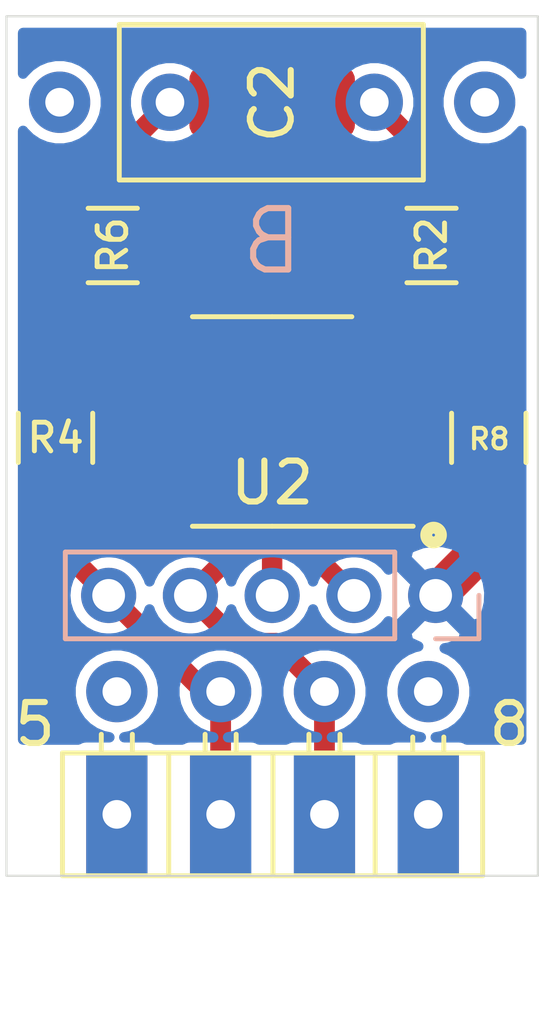
<source format=kicad_pcb>
(kicad_pcb (version 20171130) (host pcbnew "(5.1.2-1)-1")

  (general
    (thickness 0.8)
    (drawings 10)
    (tracks 39)
    (zones 0)
    (modules 10)
    (nets 16)
  )

  (page A4)
  (layers
    (0 F.Cu signal)
    (31 B.Cu signal)
    (32 B.Adhes user hide)
    (33 F.Adhes user hide)
    (36 B.SilkS user)
    (37 F.SilkS user)
    (38 B.Mask user)
    (39 F.Mask user)
    (40 Dwgs.User user)
    (41 Cmts.User user hide)
    (44 Edge.Cuts user)
    (45 Margin user hide)
    (46 B.CrtYd user hide)
    (47 F.CrtYd user)
    (48 B.Fab user hide)
    (49 F.Fab user hide)
  )

  (setup
    (last_trace_width 0.1524)
    (user_trace_width 0.25)
    (user_trace_width 0.28)
    (user_trace_width 0.3)
    (user_trace_width 0.35)
    (user_trace_width 0.4)
    (user_trace_width 0.5)
    (user_trace_width 1)
    (trace_clearance 0.1524)
    (zone_clearance 0.254)
    (zone_45_only no)
    (trace_min 0.1524)
    (via_size 0.508)
    (via_drill 0.254)
    (via_min_size 0.508)
    (via_min_drill 0.254)
    (uvia_size 0.508)
    (uvia_drill 0.254)
    (uvias_allowed no)
    (uvia_min_size 0.2)
    (uvia_min_drill 0.1)
    (edge_width 0.15)
    (segment_width 0.1)
    (pcb_text_width 0.3)
    (pcb_text_size 1.5 1.5)
    (mod_edge_width 0.15)
    (mod_text_size 1 1)
    (mod_text_width 0.15)
    (pad_size 1.5 1.5)
    (pad_drill 0.7)
    (pad_to_mask_clearance 0.051)
    (solder_mask_min_width 0.25)
    (aux_axis_origin 0 0)
    (grid_origin 125 89)
    (visible_elements FFFFFF7F)
    (pcbplotparams
      (layerselection 0x010f0_ffffffff)
      (usegerberextensions false)
      (usegerberattributes false)
      (usegerberadvancedattributes false)
      (creategerberjobfile false)
      (excludeedgelayer true)
      (linewidth 0.100000)
      (plotframeref false)
      (viasonmask false)
      (mode 1)
      (useauxorigin false)
      (hpglpennumber 1)
      (hpglpenspeed 20)
      (hpglpendiameter 15.000000)
      (psnegative false)
      (psa4output false)
      (plotreference true)
      (plotvalue true)
      (plotinvisibletext false)
      (padsonsilk false)
      (subtractmaskfromsilk false)
      (outputformat 1)
      (mirror false)
      (drillshape 0)
      (scaleselection 1)
      (outputdirectory ""))
  )

  (net 0 "")
  (net 1 "Net-(C2-Pad2)")
  (net 2 "Net-(C2-Pad1)")
  (net 3 "Net-(R6-Pad2)")
  (net 4 "Net-(U2-Pad8)")
  (net 5 "Net-(U2-Pad5)")
  (net 6 "Net-(U2-Pad1)")
  (net 7 "Net-(J12-Pad4)")
  (net 8 "Net-(J12-Pad1)")
  (net 9 "Net-(J14-Pad1)")
  (net 10 "Net-(J16-Pad1)")
  (net 11 -in)
  (net 12 out)
  (net 13 +in)
  (net 14 +V)
  (net 15 -V)

  (net_class Default "This is the default net class."
    (clearance 0.1524)
    (trace_width 0.1524)
    (via_dia 0.508)
    (via_drill 0.254)
    (uvia_dia 0.508)
    (uvia_drill 0.254)
  )

  (net_class SMD ""
    (clearance 0.1524)
    (trace_width 0.254)
    (via_dia 0.508)
    (via_drill 0.254)
    (uvia_dia 0.508)
    (uvia_drill 0.254)
  )

  (net_class grounds ""
    (clearance 0.254)
    (trace_width 1)
    (via_dia 0.762)
    (via_drill 0.381)
    (uvia_dia 0.762)
    (uvia_drill 0.381)
  )

  (net_class power ""
    (clearance 0.254)
    (trace_width 1)
    (via_dia 0.762)
    (via_drill 0.254)
    (uvia_dia 0.508)
    (uvia_drill 0.254)
  )

  (net_class signal ""
    (clearance 0.2)
    (trace_width 0.508)
    (via_dia 0.762)
    (via_drill 0.381)
    (uvia_dia 0.762)
    (uvia_drill 0.381)
    (add_net +V)
    (add_net +in)
    (add_net -V)
    (add_net -in)
    (add_net "Net-(C2-Pad1)")
    (add_net "Net-(C2-Pad2)")
    (add_net "Net-(J12-Pad1)")
    (add_net "Net-(J12-Pad4)")
    (add_net "Net-(J14-Pad1)")
    (add_net "Net-(J16-Pad1)")
    (add_net "Net-(R6-Pad2)")
    (add_net "Net-(U2-Pad1)")
    (add_net "Net-(U2-Pad5)")
    (add_net "Net-(U2-Pad8)")
    (add_net out)
  )

  (net_class soic ""
    (clearance 0.1524)
    (trace_width 0.4)
    (via_dia 0.508)
    (via_drill 0.254)
    (uvia_dia 0.508)
    (uvia_drill 0.254)
  )

  (module "Duallys:R_0805(1206)combo" (layer F.Cu) (tedit 5FE133FD) (tstamp 5FD79D33)
    (at 136.8 78.3 270)
    (descr "Resistor SMD 1206 (3216 Metric), square (rectangular) end terminal, IPC_7351 nominal, (Body size source: http://www.tortai-tech.com/upload/download/2011102023233369053.pdf), generated with kicad-footprint-generator")
    (tags resistor)
    (path /64E9D145)
    (attr smd)
    (fp_text reference R8 (at 0.03 -0.01 180) (layer F.SilkS)
      (effects (font (size 0.5 0.5) (thickness 0.1)))
    )
    (fp_text value 21R5 (at 0 1.82 90) (layer F.Fab)
      (effects (font (size 1 1) (thickness 0.15)))
    )
    (fp_text user %R (at 0 0 90) (layer F.Fab)
      (effects (font (size 0.8 0.8) (thickness 0.12)))
    )
    (fp_line (start 2.28 1.12) (end -2.28 1.12) (layer F.CrtYd) (width 0.05))
    (fp_line (start 2.28 -1.12) (end 2.28 1.12) (layer F.CrtYd) (width 0.05))
    (fp_line (start -2.28 -1.12) (end 2.28 -1.12) (layer F.CrtYd) (width 0.05))
    (fp_line (start -2.28 1.12) (end -2.28 -1.12) (layer F.CrtYd) (width 0.05))
    (fp_line (start -0.602064 0.91) (end 0.602064 0.91) (layer F.SilkS) (width 0.12))
    (fp_line (start -0.602064 -0.91) (end 0.602064 -0.91) (layer F.SilkS) (width 0.12))
    (fp_line (start 1.6 0.8) (end -1.6 0.8) (layer F.Fab) (width 0.1))
    (fp_line (start 1.6 -0.8) (end 1.6 0.8) (layer F.Fab) (width 0.1))
    (fp_line (start -1.6 -0.8) (end 1.6 -0.8) (layer F.Fab) (width 0.1))
    (fp_line (start -1.6 0.8) (end -1.6 -0.8) (layer F.Fab) (width 0.1))
    (pad 2 smd roundrect (at 1.025 0 270) (size 1.15 1.4) (layers F.Cu F.Paste F.Mask) (roundrect_rratio 0.217)
      (net 11 -in))
    (pad 1 smd roundrect (at -1.025 0 270) (size 1.15 1.4) (layers F.Cu F.Paste F.Mask) (roundrect_rratio 0.217)
      (net 2 "Net-(C2-Pad1)"))
    (pad 2 smd roundrect (at 1.4 0 270) (size 1.25 1.75) (layers F.Cu F.Paste F.Mask) (roundrect_rratio 0.2)
      (net 11 -in))
    (pad 1 smd roundrect (at -1.4 0 270) (size 1.25 1.75) (layers F.Cu F.Paste F.Mask) (roundrect_rratio 0.2)
      (net 2 "Net-(C2-Pad1)"))
    (model ${KISYS3DMOD}/Resistor_SMD.3dshapes/R_0805_2012Metric.wrl
      (at (xyz 0 0 0))
      (scale (xyz 1 1 1))
      (rotate (xyz 0 0 0))
    )
  )

  (module Duallys:PinHeader_1x05_P2mm_WithOut (layer B.Cu) (tedit 5FDE3678) (tstamp 5FDE2B5C)
    (at 135.5 82.15 90)
    (descr "Through hole straight pin header, 1x05, 2.00mm pitch, single row")
    (tags "Through hole pin header THT 1x05 2.00mm single row")
    (path /5FDED561)
    (fp_text reference J2 (at 0 2.06 -90) (layer B.SilkS) hide
      (effects (font (size 1 1) (thickness 0.15)) (justify mirror))
    )
    (fp_text value Conn_01x05 (at 0 -10.06 -90) (layer B.Fab)
      (effects (font (size 1 1) (thickness 0.15)) (justify mirror))
    )
    (fp_text user %R (at 0 -4) (layer B.Fab)
      (effects (font (size 1 1) (thickness 0.15)) (justify mirror))
    )
    (fp_line (start 1.5 1.5) (end -1.5 1.5) (layer B.CrtYd) (width 0.05))
    (fp_line (start 1.5 -9.5) (end 1.5 1.5) (layer B.CrtYd) (width 0.05))
    (fp_line (start -1.5 -9.5) (end 1.5 -9.5) (layer B.CrtYd) (width 0.05))
    (fp_line (start -1.5 1.5) (end -1.5 -9.5) (layer B.CrtYd) (width 0.05))
    (fp_line (start -1.06 1.06) (end 0 1.06) (layer B.SilkS) (width 0.12))
    (fp_line (start -1.06 0) (end -1.06 1.06) (layer B.SilkS) (width 0.12))
    (fp_line (start -1.06 -1) (end 1.06 -1) (layer B.SilkS) (width 0.12))
    (fp_line (start 1.06 -1) (end 1.06 -9.06) (layer B.SilkS) (width 0.12))
    (fp_line (start -1.06 -1) (end -1.06 -9.06) (layer B.SilkS) (width 0.12))
    (fp_line (start -1.06 -9.06) (end 1.06 -9.06) (layer B.SilkS) (width 0.12))
    (fp_line (start -1 0.5) (end -0.5 1) (layer B.Fab) (width 0.1))
    (fp_line (start -1 -9) (end -1 0.5) (layer B.Fab) (width 0.1))
    (fp_line (start 1 -9) (end -1 -9) (layer B.Fab) (width 0.1))
    (fp_line (start 1 1) (end 1 -9) (layer B.Fab) (width 0.1))
    (fp_line (start -0.5 1) (end 1 1) (layer B.Fab) (width 0.1))
    (pad 5 thru_hole oval (at 0 -8 90) (size 1.35 1.35) (drill 0.8) (layers *.Cu *.Mask)
      (net 12 out))
    (pad 4 thru_hole oval (at 0 -6 90) (size 1.35 1.35) (drill 0.8) (layers *.Cu *.Mask)
      (net 14 +V))
    (pad 3 thru_hole oval (at 0 -4 90) (size 1.35 1.35) (drill 0.8) (layers *.Cu *.Mask)
      (net 15 -V))
    (pad 2 thru_hole oval (at 0 -2 90) (size 1.35 1.35) (drill 0.8) (layers *.Cu *.Mask)
      (net 13 +in))
    (pad 1 thru_hole circle (at 0 0 90) (size 1.35 1.35) (drill 0.8) (layers *.Cu *.Mask)
      (net 11 -in))
  )

  (module Duallys:Kemet-33nF (layer F.Cu) (tedit 5FDD33E3) (tstamp 5FDA6D79)
    (at 134 70.1 180)
    (descr "C, Rect series, Radial, pin pitch=5.00mm, , length*width=7.2*5.5mm^2, Capacitor, http://www.wima.com/EN/WIMA_FKS_2.pdf")
    (tags "C Rect series Radial pin pitch 5.00mm  length 7.2mm width 5.5mm Capacitor")
    (path /64E9A2A2)
    (fp_text reference C2 (at 2.5 0 90) (layer F.SilkS)
      (effects (font (size 1 1) (thickness 0.15)))
    )
    (fp_text value 33n (at 2.5 3.6) (layer F.SilkS) hide
      (effects (font (size 1 1) (thickness 0.15)))
    )
    (fp_line (start 6.35 -2) (end -1.3 -2) (layer F.CrtYd) (width 0.05))
    (fp_line (start 6.35 2) (end 6.35 -2) (layer F.CrtYd) (width 0.05))
    (fp_line (start -1.3 2) (end 6.35 2) (layer F.CrtYd) (width 0.05))
    (fp_line (start -1.3 -2) (end -1.3 2) (layer F.CrtYd) (width 0.05))
    (fp_line (start 6.24 -1.9) (end 6.24 1.9) (layer F.SilkS) (width 0.12))
    (fp_line (start -1.2 -1.9) (end -1.2 1.9) (layer F.SilkS) (width 0.12))
    (fp_line (start -1.2 1.9) (end 6.24 1.9) (layer F.SilkS) (width 0.12))
    (fp_line (start -1.2 -1.9) (end 6.24 -1.9) (layer F.SilkS) (width 0.12))
    (fp_line (start 6.1 -1.75) (end -1.1 -1.75) (layer F.Fab) (width 0.1))
    (fp_line (start 6.1 1.75) (end 6.1 -1.75) (layer F.Fab) (width 0.1))
    (fp_line (start -1.1 1.75) (end 6.1 1.75) (layer F.Fab) (width 0.1))
    (fp_line (start -1.1 -1.75) (end -1.1 1.75) (layer F.Fab) (width 0.1))
    (pad 2 smd roundrect (at 3.9 0 180) (size 1.25 1.75) (layers F.Cu F.Paste F.Mask) (roundrect_rratio 0.25)
      (net 1 "Net-(C2-Pad2)"))
    (pad 1 smd roundrect (at 1.1 0 180) (size 1.25 1.75) (layers F.Cu F.Paste F.Mask) (roundrect_rratio 0.25)
      (net 2 "Net-(C2-Pad1)"))
    (pad 2 thru_hole circle (at 5 0 180) (size 1.4 1.4) (drill 0.7) (layers *.Cu *.Mask)
      (net 1 "Net-(C2-Pad2)"))
    (pad 1 thru_hole circle (at 0 0 180) (size 1.4 1.4) (drill 0.7) (layers *.Cu *.Mask)
      (net 2 "Net-(C2-Pad1)"))
    (model ${KIPRJMOD}/Lib/3D/Kem-PHE-33n.step
      (at (xyz 0 0 0))
      (scale (xyz 1 1 1))
      (rotate (xyz 0 0 0))
    )
  )

  (module Package_SO:SOIC-8_3.9x4.9mm_P1.27mm (layer F.Cu) (tedit 5C97300E) (tstamp 5FD6643C)
    (at 131.5 77.9 180)
    (descr "SOIC, 8 Pin (JEDEC MS-012AA, https://www.analog.com/media/en/package-pcb-resources/package/pkg_pdf/soic_narrow-r/r_8.pdf), generated with kicad-footprint-generator ipc_gullwing_generator.py")
    (tags "SOIC SO")
    (path /6497E1F1)
    (attr smd)
    (fp_text reference U2 (at 0 -1.5) (layer F.SilkS)
      (effects (font (size 1 1) (thickness 0.15)))
    )
    (fp_text value OPA1611 (at 0 3.4) (layer F.Fab)
      (effects (font (size 1 1) (thickness 0.15)))
    )
    (fp_text user %R (at 0 0) (layer F.Fab)
      (effects (font (size 0.5 0.5) (thickness 0.1)))
    )
    (fp_line (start 3.7 -2.7) (end -3.7 -2.7) (layer F.CrtYd) (width 0.05))
    (fp_line (start 3.7 2.7) (end 3.7 -2.7) (layer F.CrtYd) (width 0.05))
    (fp_line (start -3.7 2.7) (end 3.7 2.7) (layer F.CrtYd) (width 0.05))
    (fp_line (start -3.7 -2.7) (end -3.7 2.7) (layer F.CrtYd) (width 0.05))
    (fp_line (start -1.95 -1.475) (end -0.975 -2.45) (layer F.Fab) (width 0.1))
    (fp_line (start -1.95 2.45) (end -1.95 -1.475) (layer F.Fab) (width 0.1))
    (fp_line (start 1.95 2.45) (end -1.95 2.45) (layer F.Fab) (width 0.1))
    (fp_line (start 1.95 -2.45) (end 1.95 2.45) (layer F.Fab) (width 0.1))
    (fp_line (start -0.975 -2.45) (end 1.95 -2.45) (layer F.Fab) (width 0.1))
    (fp_line (start 0 -2.56) (end -3.45 -2.56) (layer F.SilkS) (width 0.12))
    (fp_line (start 0 -2.56) (end 1.95 -2.56) (layer F.SilkS) (width 0.12))
    (fp_line (start 0 2.56) (end -1.95 2.56) (layer F.SilkS) (width 0.12))
    (fp_line (start 0 2.56) (end 1.95 2.56) (layer F.SilkS) (width 0.12))
    (pad 8 smd roundrect (at 2.475 -1.905 180) (size 1.95 0.6) (layers F.Cu F.Paste F.Mask) (roundrect_rratio 0.25)
      (net 4 "Net-(U2-Pad8)"))
    (pad 7 smd roundrect (at 2.475 -0.635 180) (size 1.95 0.6) (layers F.Cu F.Paste F.Mask) (roundrect_rratio 0.25)
      (net 14 +V))
    (pad 6 smd roundrect (at 2.475 0.635 180) (size 1.95 0.6) (layers F.Cu F.Paste F.Mask) (roundrect_rratio 0.25)
      (net 3 "Net-(R6-Pad2)"))
    (pad 5 smd roundrect (at 2.475 1.905 180) (size 1.95 0.6) (layers F.Cu F.Paste F.Mask) (roundrect_rratio 0.25)
      (net 5 "Net-(U2-Pad5)"))
    (pad 4 smd roundrect (at -2.475 1.905 180) (size 1.95 0.6) (layers F.Cu F.Paste F.Mask) (roundrect_rratio 0.25)
      (net 15 -V))
    (pad 3 smd roundrect (at -2.475 0.635 180) (size 1.95 0.6) (layers F.Cu F.Paste F.Mask) (roundrect_rratio 0.25)
      (net 13 +in))
    (pad 2 smd roundrect (at -2.475 -0.635 180) (size 1.95 0.6) (layers F.Cu F.Paste F.Mask) (roundrect_rratio 0.25)
      (net 2 "Net-(C2-Pad1)"))
    (pad 1 smd roundrect (at -2.475 -1.905 180) (size 1.95 0.6) (layers F.Cu F.Paste F.Mask) (roundrect_rratio 0.25)
      (net 6 "Net-(U2-Pad1)"))
    (model ${KISYS3DMOD}/Package_SO.3dshapes/SOIC-8_3.9x4.9mm_P1.27mm.wrl
      (at (xyz 0 0 0))
      (scale (xyz 1 1 1))
      (rotate (xyz 0 0 0))
    )
  )

  (module Duallys:ThruPoint_THT_D1.5mm_Drill0.7mm (layer F.Cu) (tedit 5FD4F26B) (tstamp 5FD76E5F)
    (at 126.3 70.1)
    (descr "THT pad as test Point, diameter 1.5mm, hole diameter 0.7mm")
    (tags "test point THT pad")
    (path /5FD793FB)
    (attr virtual)
    (fp_text reference J14 (at 0 -1.648) (layer F.Fab)
      (effects (font (size 1 1) (thickness 0.15)))
    )
    (fp_text value Tie (at 0 1.75) (layer F.Fab)
      (effects (font (size 1 1) (thickness 0.15)))
    )
    (fp_text user %R (at 0 -1.65) (layer F.Fab)
      (effects (font (size 1 1) (thickness 0.15)))
    )
    (pad 1 thru_hole circle (at 0 0) (size 1.5 1.5) (drill 0.7) (layers *.Cu *.Mask)
      (net 9 "Net-(J14-Pad1)"))
  )

  (module Duallys:ThruPoint_THT_D1.5mm_Drill0.7mm (layer F.Cu) (tedit 5FD4F26B) (tstamp 5FD76E6B)
    (at 136.7 70.1)
    (descr "THT pad as test Point, diameter 1.5mm, hole diameter 0.7mm")
    (tags "test point THT pad")
    (path /5FD79D56)
    (attr virtual)
    (fp_text reference J16 (at 0 -1.648) (layer F.Fab)
      (effects (font (size 1 1) (thickness 0.15)))
    )
    (fp_text value Tie (at 0 1.75) (layer F.Fab)
      (effects (font (size 1 1) (thickness 0.15)))
    )
    (fp_text user %R (at 0 -1.65) (layer F.Fab)
      (effects (font (size 1 1) (thickness 0.15)))
    )
    (pad 1 thru_hole circle (at 0 0) (size 1.5 1.5) (drill 0.7) (layers *.Cu *.Mask)
      (net 10 "Net-(J16-Pad1)"))
  )

  (module Resistor_SMD:R_1206_3216Metric (layer F.Cu) (tedit 5B301BBD) (tstamp 5FDE37B2)
    (at 135.4 73.6)
    (descr "Resistor SMD 1206 (3216 Metric), square (rectangular) end terminal, IPC_7351 nominal, (Body size source: http://www.tortai-tech.com/upload/download/2011102023233369053.pdf), generated with kicad-footprint-generator")
    (tags resistor)
    (path /64E97252)
    (attr smd)
    (fp_text reference R2 (at 0 0 90) (layer F.SilkS)
      (effects (font (size 0.7 0.7) (thickness 0.12)))
    )
    (fp_text value 2k26 (at 0 1.82) (layer F.Fab)
      (effects (font (size 1 1) (thickness 0.15)))
    )
    (fp_line (start -1.6 0.8) (end -1.6 -0.8) (layer F.Fab) (width 0.1))
    (fp_line (start -1.6 -0.8) (end 1.6 -0.8) (layer F.Fab) (width 0.1))
    (fp_line (start 1.6 -0.8) (end 1.6 0.8) (layer F.Fab) (width 0.1))
    (fp_line (start 1.6 0.8) (end -1.6 0.8) (layer F.Fab) (width 0.1))
    (fp_line (start -0.602064 -0.91) (end 0.602064 -0.91) (layer F.SilkS) (width 0.12))
    (fp_line (start -0.602064 0.91) (end 0.602064 0.91) (layer F.SilkS) (width 0.12))
    (fp_line (start -2.28 1.12) (end -2.28 -1.12) (layer F.CrtYd) (width 0.05))
    (fp_line (start -2.28 -1.12) (end 2.28 -1.12) (layer F.CrtYd) (width 0.05))
    (fp_line (start 2.28 -1.12) (end 2.28 1.12) (layer F.CrtYd) (width 0.05))
    (fp_line (start 2.28 1.12) (end -2.28 1.12) (layer F.CrtYd) (width 0.05))
    (fp_text user %R (at 0 0) (layer F.Fab)
      (effects (font (size 0.8 0.8) (thickness 0.12)))
    )
    (pad 1 smd roundrect (at -1.4 0) (size 1.25 1.75) (layers F.Cu F.Paste F.Mask) (roundrect_rratio 0.2)
      (net 1 "Net-(C2-Pad2)"))
    (pad 2 smd roundrect (at 1.4 0) (size 1.25 1.75) (layers F.Cu F.Paste F.Mask) (roundrect_rratio 0.2)
      (net 2 "Net-(C2-Pad1)"))
    (model ${KISYS3DMOD}/Resistor_SMD.3dshapes/R_1206_3216Metric.wrl
      (at (xyz 0 0 0))
      (scale (xyz 1 1 1))
      (rotate (xyz 0 0 0))
    )
  )

  (module Resistor_SMD:R_1206_3216Metric (layer F.Cu) (tedit 5B301BBD) (tstamp 5FD79CF3)
    (at 126.2 78.3 90)
    (descr "Resistor SMD 1206 (3216 Metric), square (rectangular) end terminal, IPC_7351 nominal, (Body size source: http://www.tortai-tech.com/upload/download/2011102023233369053.pdf), generated with kicad-footprint-generator")
    (tags resistor)
    (path /6554D49A)
    (attr smd)
    (fp_text reference R4 (at 0 0 180) (layer F.SilkS)
      (effects (font (size 0.7 0.7) (thickness 0.12)))
    )
    (fp_text value 3k (at 0 1.82 90) (layer F.Fab)
      (effects (font (size 1 1) (thickness 0.15)))
    )
    (fp_line (start -1.6 0.8) (end -1.6 -0.8) (layer F.Fab) (width 0.1))
    (fp_line (start -1.6 -0.8) (end 1.6 -0.8) (layer F.Fab) (width 0.1))
    (fp_line (start 1.6 -0.8) (end 1.6 0.8) (layer F.Fab) (width 0.1))
    (fp_line (start 1.6 0.8) (end -1.6 0.8) (layer F.Fab) (width 0.1))
    (fp_line (start -0.602064 -0.91) (end 0.602064 -0.91) (layer F.SilkS) (width 0.12))
    (fp_line (start -0.602064 0.91) (end 0.602064 0.91) (layer F.SilkS) (width 0.12))
    (fp_line (start -2.28 1.12) (end -2.28 -1.12) (layer F.CrtYd) (width 0.05))
    (fp_line (start -2.28 -1.12) (end 2.28 -1.12) (layer F.CrtYd) (width 0.05))
    (fp_line (start 2.28 -1.12) (end 2.28 1.12) (layer F.CrtYd) (width 0.05))
    (fp_line (start 2.28 1.12) (end -2.28 1.12) (layer F.CrtYd) (width 0.05))
    (fp_text user %R (at 0 0 90) (layer F.Fab)
      (effects (font (size 0.8 0.8) (thickness 0.12)))
    )
    (pad 1 smd roundrect (at -1.4 0 90) (size 1.25 1.75) (layers F.Cu F.Paste F.Mask) (roundrect_rratio 0.2)
      (net 12 out))
    (pad 2 smd roundrect (at 1.4 0 90) (size 1.25 1.75) (layers F.Cu F.Paste F.Mask) (roundrect_rratio 0.2)
      (net 1 "Net-(C2-Pad2)"))
    (model ${KISYS3DMOD}/Resistor_SMD.3dshapes/R_1206_3216Metric.wrl
      (at (xyz 0 0 0))
      (scale (xyz 1 1 1))
      (rotate (xyz 0 0 0))
    )
  )

  (module Resistor_SMD:R_1206_3216Metric (layer F.Cu) (tedit 5B301BBD) (tstamp 5FDE3752)
    (at 127.6 73.6)
    (descr "Resistor SMD 1206 (3216 Metric), square (rectangular) end terminal, IPC_7351 nominal, (Body size source: http://www.tortai-tech.com/upload/download/2011102023233369053.pdf), generated with kicad-footprint-generator")
    (tags resistor)
    (path /6554A433)
    (attr smd)
    (fp_text reference R6 (at 0 0 90) (layer F.SilkS)
      (effects (font (size 0.7 0.7) (thickness 0.12)))
    )
    (fp_text value 75 (at 0 1.82) (layer F.Fab)
      (effects (font (size 1 1) (thickness 0.15)))
    )
    (fp_text user %R (at 0 0) (layer F.Fab)
      (effects (font (size 0.8 0.8) (thickness 0.12)))
    )
    (fp_line (start 2.28 1.12) (end -2.28 1.12) (layer F.CrtYd) (width 0.05))
    (fp_line (start 2.28 -1.12) (end 2.28 1.12) (layer F.CrtYd) (width 0.05))
    (fp_line (start -2.28 -1.12) (end 2.28 -1.12) (layer F.CrtYd) (width 0.05))
    (fp_line (start -2.28 1.12) (end -2.28 -1.12) (layer F.CrtYd) (width 0.05))
    (fp_line (start -0.602064 0.91) (end 0.602064 0.91) (layer F.SilkS) (width 0.12))
    (fp_line (start -0.602064 -0.91) (end 0.602064 -0.91) (layer F.SilkS) (width 0.12))
    (fp_line (start 1.6 0.8) (end -1.6 0.8) (layer F.Fab) (width 0.1))
    (fp_line (start 1.6 -0.8) (end 1.6 0.8) (layer F.Fab) (width 0.1))
    (fp_line (start -1.6 -0.8) (end 1.6 -0.8) (layer F.Fab) (width 0.1))
    (fp_line (start -1.6 0.8) (end -1.6 -0.8) (layer F.Fab) (width 0.1))
    (pad 2 smd roundrect (at 1.4 0) (size 1.25 1.75) (layers F.Cu F.Paste F.Mask) (roundrect_rratio 0.2)
      (net 3 "Net-(R6-Pad2)"))
    (pad 1 smd roundrect (at -1.4 0) (size 1.25 1.75) (layers F.Cu F.Paste F.Mask) (roundrect_rratio 0.2)
      (net 1 "Net-(C2-Pad2)"))
    (model ${KISYS3DMOD}/Resistor_SMD.3dshapes/R_1206_3216Metric.wrl
      (at (xyz 0 0 0))
      (scale (xyz 1 1 1))
      (rotate (xyz 0 0 0))
    )
  )

  (module Duallys:Combo-4P-Preci-B (layer F.Cu) (tedit 5FD78565) (tstamp 5FE4B176)
    (at 127.7 84.5)
    (descr "Through hole angled pin header, 1x04, 2.54mm pitch, 6mm pin length, single row")
    (tags "Through hole angled pin header THT 1x04 2.54mm single row")
    (path /5F617894)
    (fp_text reference J12 (at 3.86 -1.67) (layer F.SilkS) hide
      (effects (font (size 1 1) (thickness 0.15)))
    )
    (fp_text value Conn_01x04 (at 4.14 8.96) (layer F.Fab)
      (effects (font (size 1 1) (thickness 0.15)))
    )
    (fp_line (start 8.89 2.135) (end 8.88 4.5) (layer F.Fab) (width 0.1))
    (fp_line (start 8.88 4.5) (end -1.28 4.5) (layer F.Fab) (width 0.1))
    (fp_line (start -1.28 4.5) (end -1.28 1.55) (layer F.Fab) (width 0.1))
    (fp_line (start -1.28 1.55) (end 8.27 1.55) (layer F.Fab) (width 0.1))
    (fp_line (start 8.27 1.55) (end 8.89 2.135) (layer F.Fab) (width 0.1))
    (fp_line (start 7.94 0) (end 7.94 1.5) (layer F.Fab) (width 0.1))
    (fp_line (start 7.94 0) (end 7.3 0) (layer F.Fab) (width 0.1))
    (fp_line (start 7.3 0) (end 7.3 1.5) (layer F.Fab) (width 0.1))
    (fp_line (start 7.94 4.54) (end 7.94 8) (layer F.Fab) (width 0.1))
    (fp_line (start 7.94 8) (end 7.3 8) (layer F.Fab) (width 0.1))
    (fp_line (start 7.3 4.54) (end 7.3 8) (layer F.Fab) (width 0.1))
    (fp_line (start 5.4 0) (end 5.4 1.5) (layer F.Fab) (width 0.1))
    (fp_line (start 5.4 0) (end 4.76 0) (layer F.Fab) (width 0.1))
    (fp_line (start 4.76 0) (end 4.76 1.5) (layer F.Fab) (width 0.1))
    (fp_line (start 5.4 4.54) (end 5.4 8) (layer F.Fab) (width 0.1))
    (fp_line (start 5.4 8) (end 4.76 8) (layer F.Fab) (width 0.1))
    (fp_line (start 4.76 4.54) (end 4.76 8) (layer F.Fab) (width 0.1))
    (fp_line (start 2.86 0) (end 2.86 1.5) (layer F.Fab) (width 0.1))
    (fp_line (start 2.86 0) (end 2.22 0) (layer F.Fab) (width 0.1))
    (fp_line (start 2.22 0) (end 2.22 1.5) (layer F.Fab) (width 0.1))
    (fp_line (start 2.86 4.54) (end 2.86 8) (layer F.Fab) (width 0.1))
    (fp_line (start 2.86 8) (end 2.22 8) (layer F.Fab) (width 0.1))
    (fp_line (start 2.22 4.54) (end 2.22 8) (layer F.Fab) (width 0.1))
    (fp_line (start 0.32 0) (end 0.32 1.5) (layer F.Fab) (width 0.1))
    (fp_line (start 0.32 0) (end -0.32 0) (layer F.Fab) (width 0.1))
    (fp_line (start -0.32 0) (end -0.32 1.5) (layer F.Fab) (width 0.1))
    (fp_line (start 0.32 4.54) (end 0.32 8) (layer F.Fab) (width 0.1))
    (fp_line (start 0.32 8) (end -0.32 8) (layer F.Fab) (width 0.1))
    (fp_line (start -0.32 4.54) (end -0.32 8) (layer F.Fab) (width 0.1))
    (fp_line (start 8.95 1.5) (end -1.33 1.5) (layer F.SilkS) (width 0.12))
    (fp_line (start -1.33 1.5) (end -1.33 4.5) (layer F.SilkS) (width 0.12))
    (fp_line (start -1.33 4.5) (end 8.95 4.5) (layer F.SilkS) (width 0.12))
    (fp_line (start 8.95 4.5) (end 8.95 1.5) (layer F.SilkS) (width 0.12))
    (fp_line (start 8 1.11) (end 8 1.44) (layer F.SilkS) (width 0.12))
    (fp_line (start 7.24 1.11) (end 7.24 1.44) (layer F.SilkS) (width 0.12))
    (fp_line (start 6.32 1.5) (end 6.32 4.5) (layer F.SilkS) (width 0.12))
    (fp_line (start 5.46 1.042929) (end 5.46 1.44) (layer F.SilkS) (width 0.12))
    (fp_line (start 4.7 1.042929) (end 4.7 1.44) (layer F.SilkS) (width 0.12))
    (fp_line (start 3.82 1.5) (end 3.82 4.5) (layer F.SilkS) (width 0.12))
    (fp_line (start 2.92 1.042929) (end 2.92 1.44) (layer F.SilkS) (width 0.12))
    (fp_line (start 2.16 1.042929) (end 2.16 1.44) (layer F.SilkS) (width 0.12))
    (fp_line (start 1.27 1.5) (end 1.27 4.5) (layer F.SilkS) (width 0.12))
    (fp_line (start 0.38 1.042929) (end 0.38 1.44) (layer F.SilkS) (width 0.12))
    (fp_line (start -0.38 1.042929) (end -0.38 1.44) (layer F.SilkS) (width 0.12))
    (fp_line (start 8.92 -0.9) (end -1.33 -0.9) (layer F.CrtYd) (width 0.05))
    (fp_line (start -1.33 -0.9) (end -1.33 8.1) (layer F.CrtYd) (width 0.05))
    (fp_line (start -1.33 8.1) (end 8.92 8.1) (layer F.CrtYd) (width 0.05))
    (fp_line (start 8.92 8.1) (end 8.92 -0.9) (layer F.CrtYd) (width 0.05))
    (fp_text user %R (at 3.82 5.94) (layer F.Fab)
      (effects (font (size 1 1) (thickness 0.15)))
    )
    (pad 4 thru_hole circle (at 7.62 0 270) (size 1.5 1.5) (drill 0.7) (layers *.Cu *.Mask)
      (net 7 "Net-(J12-Pad4)"))
    (pad 3 thru_hole circle (at 5.08 0 270) (size 1.5 1.5) (drill 0.7) (layers *.Cu *.Mask)
      (net 14 +V))
    (pad 2 thru_hole circle (at 2.54 0 270) (size 1.5 1.5) (drill 0.7) (layers *.Cu *.Mask)
      (net 12 out))
    (pad 1 thru_hole circle (at 0 0 270) (size 1.5 1.5) (drill 0.7) (layers *.Cu *.Mask)
      (net 8 "Net-(J12-Pad1)"))
    (pad 4 thru_hole rect (at 7.62 3 270) (size 3 1.5) (drill 0.7) (layers *.Cu *.Mask)
      (net 7 "Net-(J12-Pad4)"))
    (pad 3 thru_hole rect (at 5.08 3 270) (size 3 1.5) (drill 0.7) (layers *.Cu *.Mask)
      (net 14 +V))
    (pad 2 thru_hole rect (at 2.54 3 270) (size 3 1.5) (drill 0.7) (layers *.Cu *.Mask)
      (net 12 out))
    (pad 1 thru_hole rect (at 0 3 270) (size 3 1.5) (drill 0.7) (layers *.Cu *.Mask)
      (net 8 "Net-(J12-Pad1)"))
    (model ${KIPRJMOD}/lib/3d/preci-dip_399.stp
      (offset (xyz 3.81 -1.55 1.27))
      (scale (xyz 1 1 1))
      (rotate (xyz 0 180 180))
    )
  )

  (gr_circle (center 135.45 80.675) (end 135.425 80.65) (layer F.SilkS) (width 0.15) (tstamp 5FE4B809))
  (gr_circle (center 135.45 80.675) (end 135.2 80.675) (layer F.SilkS) (width 0.15) (tstamp 5FE4B808))
  (gr_circle (center 135.45 80.675) (end 135.4 80.575) (layer F.SilkS) (width 0.15) (tstamp 5FE4B807))
  (gr_text B (at 131.5 73.5) (layer B.SilkS)
    (effects (font (size 1.5 1.5) (thickness 0.15)) (justify mirror))
  )
  (gr_text 8 (at 137.3 85.3) (layer F.SilkS)
    (effects (font (size 1 1) (thickness 0.15)))
  )
  (gr_text 5 (at 125.7 85.3) (layer F.SilkS)
    (effects (font (size 1 1) (thickness 0.15)))
  )
  (gr_line (start 125 89) (end 138 89) (layer Edge.Cuts) (width 0.05) (tstamp 5F6292F5))
  (gr_line (start 125 68) (end 125 89) (layer Edge.Cuts) (width 0.05))
  (gr_line (start 138 68) (end 125 68) (layer Edge.Cuts) (width 0.05))
  (gr_line (start 138 89) (end 138 68) (layer Edge.Cuts) (width 0.05))

  (segment (start 129 70.1) (end 130.1 70.1) (width 0.508) (layer F.Cu) (net 1))
  (segment (start 126.2 72.9) (end 129 70.1) (width 0.508) (layer F.Cu) (net 1))
  (segment (start 126.2 73.6) (end 126.2 72.9) (width 0.508) (layer F.Cu) (net 1))
  (segment (start 130.5 70.1) (end 130.1 70.1) (width 0.508) (layer F.Cu) (net 1))
  (segment (start 134 73.6) (end 130.5 70.1) (width 0.508) (layer F.Cu) (net 1))
  (segment (start 126.2 76.9) (end 126.2 73.6) (width 0.508) (layer F.Cu) (net 1))
  (segment (start 134 70.1) (end 132.9 70.1) (width 0.508) (layer F.Cu) (net 2))
  (segment (start 135.165 78.535) (end 136.8 76.9) (width 1) (layer F.Cu) (net 2))
  (segment (start 133.975 78.535) (end 135.165 78.535) (width 1) (layer F.Cu) (net 2))
  (segment (start 136.8 76.9) (end 136.8 73.6) (width 0.508) (layer F.Cu) (net 2))
  (segment (start 136.8 72.9) (end 134 70.1) (width 0.508) (layer F.Cu) (net 2))
  (segment (start 136.8 73.6) (end 136.8 72.9) (width 0.508) (layer F.Cu) (net 2))
  (segment (start 129 73.6) (end 130.7 75.3) (width 0.508) (layer F.Cu) (net 3))
  (segment (start 130.1 77.265) (end 129.025 77.265) (width 0.508) (layer F.Cu) (net 3))
  (segment (start 130.7 76.665) (end 130.1 77.265) (width 0.508) (layer F.Cu) (net 3))
  (segment (start 130.7 75.3) (end 130.7 76.665) (width 0.508) (layer F.Cu) (net 3))
  (segment (start 136.8 80.85) (end 135.5 82.15) (width 1) (layer F.Cu) (net 11))
  (segment (start 136.8 79.7) (end 136.8 80.85) (width 1) (layer F.Cu) (net 11))
  (segment (start 130.24 87.5) (end 130.24 84.5) (width 0.508) (layer F.Cu) (net 12))
  (segment (start 129.85 84.5) (end 127.5 82.15) (width 0.508) (layer F.Cu) (net 12))
  (segment (start 130.24 84.5) (end 129.85 84.5) (width 0.508) (layer F.Cu) (net 12))
  (segment (start 126.2 80.85) (end 127.5 82.15) (width 0.508) (layer F.Cu) (net 12))
  (segment (start 126.2 79.7) (end 126.2 80.85) (width 0.508) (layer F.Cu) (net 12))
  (segment (start 132.9 77.265) (end 133.975 77.265) (width 0.508) (layer F.Cu) (net 13))
  (segment (start 133.5 82.15) (end 132.3 80.95) (width 0.5) (layer F.Cu) (net 13))
  (segment (start 132.3 77.865) (end 132.9 77.265) (width 0.5) (layer F.Cu) (net 13))
  (segment (start 132.3 80.95) (end 132.3 77.865) (width 0.5) (layer F.Cu) (net 13))
  (segment (start 132.78 87.5) (end 132.78 84.5) (width 0.508) (layer F.Cu) (net 14))
  (segment (start 129.5 82.15) (end 130.6 81.05) (width 0.5) (layer F.Cu) (net 14))
  (segment (start 130.1 78.535) (end 129.025 78.535) (width 0.5) (layer F.Cu) (net 14))
  (segment (start 130.6 79.035) (end 130.1 78.535) (width 0.5) (layer F.Cu) (net 14))
  (segment (start 130.6 81.05) (end 130.6 79.035) (width 0.5) (layer F.Cu) (net 14))
  (segment (start 129.5 82.15) (end 130.67 83.32) (width 0.508) (layer F.Cu) (net 14))
  (segment (start 131.6 83.32) (end 132.78 84.5) (width 0.508) (layer F.Cu) (net 14))
  (segment (start 130.67 83.32) (end 131.6 83.32) (width 0.508) (layer F.Cu) (net 14))
  (segment (start 133.97 76) (end 133.975 75.995) (width 0.508) (layer F.Cu) (net 15))
  (segment (start 132.9 75.995) (end 133.975 75.995) (width 0.5) (layer F.Cu) (net 15))
  (segment (start 131.5 77.395) (end 132.9 75.995) (width 0.5) (layer F.Cu) (net 15))
  (segment (start 131.5 82.15) (end 131.5 77.395) (width 0.5) (layer F.Cu) (net 15))

  (zone (net 11) (net_name -in) (layer B.Cu) (tstamp 0) (hatch edge 0.508)
    (connect_pads (clearance 0.254))
    (min_thickness 0.254)
    (fill yes (arc_segments 32) (thermal_gap 0.508) (thermal_bridge_width 0.508))
    (polygon
      (pts
        (xy 125 68) (xy 125 85.8) (xy 138 85.8) (xy 138 68)
      )
    )
    (filled_polygon
      (pts
        (xy 137.594001 69.402221) (xy 137.578505 69.37903) (xy 137.42097 69.221495) (xy 137.235729 69.097721) (xy 137.0299 69.012464)
        (xy 136.811394 68.969) (xy 136.588606 68.969) (xy 136.3701 69.012464) (xy 136.164271 69.097721) (xy 135.97903 69.221495)
        (xy 135.821495 69.37903) (xy 135.697721 69.564271) (xy 135.612464 69.7701) (xy 135.569 69.988606) (xy 135.569 70.211394)
        (xy 135.612464 70.4299) (xy 135.697721 70.635729) (xy 135.821495 70.82097) (xy 135.97903 70.978505) (xy 136.164271 71.102279)
        (xy 136.3701 71.187536) (xy 136.588606 71.231) (xy 136.811394 71.231) (xy 137.0299 71.187536) (xy 137.235729 71.102279)
        (xy 137.42097 70.978505) (xy 137.578505 70.82097) (xy 137.594001 70.797779) (xy 137.594 85.673) (xy 136.266461 85.673)
        (xy 136.216508 85.646299) (xy 136.144689 85.624513) (xy 136.07 85.617157) (xy 135.500987 85.617157) (xy 135.6499 85.587536)
        (xy 135.855729 85.502279) (xy 136.04097 85.378505) (xy 136.198505 85.22097) (xy 136.322279 85.035729) (xy 136.407536 84.8299)
        (xy 136.451 84.611394) (xy 136.451 84.388606) (xy 136.407536 84.1701) (xy 136.322279 83.964271) (xy 136.198505 83.77903)
        (xy 136.04097 83.621495) (xy 135.855729 83.497721) (xy 135.720018 83.441508) (xy 135.830398 83.4242) (xy 136.072633 83.335259)
        (xy 136.16737 83.284621) (xy 136.223795 83.0534) (xy 135.5 82.329605) (xy 134.776205 83.0534) (xy 134.83263 83.284621)
        (xy 135.066808 83.393017) (xy 135.076314 83.395315) (xy 134.9901 83.412464) (xy 134.784271 83.497721) (xy 134.59903 83.621495)
        (xy 134.441495 83.77903) (xy 134.317721 83.964271) (xy 134.232464 84.1701) (xy 134.189 84.388606) (xy 134.189 84.611394)
        (xy 134.232464 84.8299) (xy 134.317721 85.035729) (xy 134.441495 85.22097) (xy 134.59903 85.378505) (xy 134.784271 85.502279)
        (xy 134.9901 85.587536) (xy 135.139013 85.617157) (xy 134.57 85.617157) (xy 134.495311 85.624513) (xy 134.423492 85.646299)
        (xy 134.373539 85.673) (xy 133.726461 85.673) (xy 133.676508 85.646299) (xy 133.604689 85.624513) (xy 133.53 85.617157)
        (xy 132.960987 85.617157) (xy 133.1099 85.587536) (xy 133.315729 85.502279) (xy 133.50097 85.378505) (xy 133.658505 85.22097)
        (xy 133.782279 85.035729) (xy 133.867536 84.8299) (xy 133.911 84.611394) (xy 133.911 84.388606) (xy 133.867536 84.1701)
        (xy 133.782279 83.964271) (xy 133.658505 83.77903) (xy 133.50097 83.621495) (xy 133.315729 83.497721) (xy 133.1099 83.412464)
        (xy 132.891394 83.369) (xy 132.668606 83.369) (xy 132.4501 83.412464) (xy 132.244271 83.497721) (xy 132.05903 83.621495)
        (xy 131.901495 83.77903) (xy 131.777721 83.964271) (xy 131.692464 84.1701) (xy 131.649 84.388606) (xy 131.649 84.611394)
        (xy 131.692464 84.8299) (xy 131.777721 85.035729) (xy 131.901495 85.22097) (xy 132.05903 85.378505) (xy 132.244271 85.502279)
        (xy 132.4501 85.587536) (xy 132.599013 85.617157) (xy 132.03 85.617157) (xy 131.955311 85.624513) (xy 131.883492 85.646299)
        (xy 131.833539 85.673) (xy 131.186461 85.673) (xy 131.136508 85.646299) (xy 131.064689 85.624513) (xy 130.99 85.617157)
        (xy 130.420987 85.617157) (xy 130.5699 85.587536) (xy 130.775729 85.502279) (xy 130.96097 85.378505) (xy 131.118505 85.22097)
        (xy 131.242279 85.035729) (xy 131.327536 84.8299) (xy 131.371 84.611394) (xy 131.371 84.388606) (xy 131.327536 84.1701)
        (xy 131.242279 83.964271) (xy 131.118505 83.77903) (xy 130.96097 83.621495) (xy 130.775729 83.497721) (xy 130.5699 83.412464)
        (xy 130.351394 83.369) (xy 130.128606 83.369) (xy 129.9101 83.412464) (xy 129.704271 83.497721) (xy 129.51903 83.621495)
        (xy 129.361495 83.77903) (xy 129.237721 83.964271) (xy 129.152464 84.1701) (xy 129.109 84.388606) (xy 129.109 84.611394)
        (xy 129.152464 84.8299) (xy 129.237721 85.035729) (xy 129.361495 85.22097) (xy 129.51903 85.378505) (xy 129.704271 85.502279)
        (xy 129.9101 85.587536) (xy 130.059013 85.617157) (xy 129.49 85.617157) (xy 129.415311 85.624513) (xy 129.343492 85.646299)
        (xy 129.293539 85.673) (xy 128.646461 85.673) (xy 128.596508 85.646299) (xy 128.524689 85.624513) (xy 128.45 85.617157)
        (xy 127.880987 85.617157) (xy 128.0299 85.587536) (xy 128.235729 85.502279) (xy 128.42097 85.378505) (xy 128.578505 85.22097)
        (xy 128.702279 85.035729) (xy 128.787536 84.8299) (xy 128.831 84.611394) (xy 128.831 84.388606) (xy 128.787536 84.1701)
        (xy 128.702279 83.964271) (xy 128.578505 83.77903) (xy 128.42097 83.621495) (xy 128.235729 83.497721) (xy 128.0299 83.412464)
        (xy 127.811394 83.369) (xy 127.588606 83.369) (xy 127.3701 83.412464) (xy 127.164271 83.497721) (xy 126.97903 83.621495)
        (xy 126.821495 83.77903) (xy 126.697721 83.964271) (xy 126.612464 84.1701) (xy 126.569 84.388606) (xy 126.569 84.611394)
        (xy 126.612464 84.8299) (xy 126.697721 85.035729) (xy 126.821495 85.22097) (xy 126.97903 85.378505) (xy 127.164271 85.502279)
        (xy 127.3701 85.587536) (xy 127.519013 85.617157) (xy 126.95 85.617157) (xy 126.875311 85.624513) (xy 126.803492 85.646299)
        (xy 126.753539 85.673) (xy 125.406 85.673) (xy 125.406 82.15) (xy 126.438891 82.15) (xy 126.45928 82.357012)
        (xy 126.519663 82.556069) (xy 126.61772 82.739521) (xy 126.749683 82.900317) (xy 126.910479 83.03228) (xy 127.093931 83.130337)
        (xy 127.292988 83.19072) (xy 127.448128 83.206) (xy 127.551872 83.206) (xy 127.707012 83.19072) (xy 127.906069 83.130337)
        (xy 128.089521 83.03228) (xy 128.250317 82.900317) (xy 128.38228 82.739521) (xy 128.480337 82.556069) (xy 128.5 82.491248)
        (xy 128.519663 82.556069) (xy 128.61772 82.739521) (xy 128.749683 82.900317) (xy 128.910479 83.03228) (xy 129.093931 83.130337)
        (xy 129.292988 83.19072) (xy 129.448128 83.206) (xy 129.551872 83.206) (xy 129.707012 83.19072) (xy 129.906069 83.130337)
        (xy 130.089521 83.03228) (xy 130.250317 82.900317) (xy 130.38228 82.739521) (xy 130.480337 82.556069) (xy 130.5 82.491248)
        (xy 130.519663 82.556069) (xy 130.61772 82.739521) (xy 130.749683 82.900317) (xy 130.910479 83.03228) (xy 131.093931 83.130337)
        (xy 131.292988 83.19072) (xy 131.448128 83.206) (xy 131.551872 83.206) (xy 131.707012 83.19072) (xy 131.906069 83.130337)
        (xy 132.089521 83.03228) (xy 132.250317 82.900317) (xy 132.38228 82.739521) (xy 132.480337 82.556069) (xy 132.5 82.491248)
        (xy 132.519663 82.556069) (xy 132.61772 82.739521) (xy 132.749683 82.900317) (xy 132.910479 83.03228) (xy 133.093931 83.130337)
        (xy 133.292988 83.19072) (xy 133.448128 83.206) (xy 133.551872 83.206) (xy 133.707012 83.19072) (xy 133.906069 83.130337)
        (xy 134.089521 83.03228) (xy 134.250317 82.900317) (xy 134.346846 82.782697) (xy 134.365379 82.81737) (xy 134.5966 82.873795)
        (xy 135.320395 82.15) (xy 135.679605 82.15) (xy 136.4034 82.873795) (xy 136.634621 82.81737) (xy 136.743017 82.583192)
        (xy 136.803645 82.332367) (xy 136.814174 82.074535) (xy 136.7742 81.819602) (xy 136.685259 81.577367) (xy 136.634621 81.48263)
        (xy 136.4034 81.426205) (xy 135.679605 82.15) (xy 135.320395 82.15) (xy 134.5966 81.426205) (xy 134.365379 81.48263)
        (xy 134.348434 81.519238) (xy 134.250317 81.399683) (xy 134.089521 81.26772) (xy 134.050009 81.2466) (xy 134.776205 81.2466)
        (xy 135.5 81.970395) (xy 136.223795 81.2466) (xy 136.16737 81.015379) (xy 135.933192 80.906983) (xy 135.682367 80.846355)
        (xy 135.424535 80.835826) (xy 135.169602 80.8758) (xy 134.927367 80.964741) (xy 134.83263 81.015379) (xy 134.776205 81.2466)
        (xy 134.050009 81.2466) (xy 133.906069 81.169663) (xy 133.707012 81.10928) (xy 133.551872 81.094) (xy 133.448128 81.094)
        (xy 133.292988 81.10928) (xy 133.093931 81.169663) (xy 132.910479 81.26772) (xy 132.749683 81.399683) (xy 132.61772 81.560479)
        (xy 132.519663 81.743931) (xy 132.5 81.808752) (xy 132.480337 81.743931) (xy 132.38228 81.560479) (xy 132.250317 81.399683)
        (xy 132.089521 81.26772) (xy 131.906069 81.169663) (xy 131.707012 81.10928) (xy 131.551872 81.094) (xy 131.448128 81.094)
        (xy 131.292988 81.10928) (xy 131.093931 81.169663) (xy 130.910479 81.26772) (xy 130.749683 81.399683) (xy 130.61772 81.560479)
        (xy 130.519663 81.743931) (xy 130.5 81.808752) (xy 130.480337 81.743931) (xy 130.38228 81.560479) (xy 130.250317 81.399683)
        (xy 130.089521 81.26772) (xy 129.906069 81.169663) (xy 129.707012 81.10928) (xy 129.551872 81.094) (xy 129.448128 81.094)
        (xy 129.292988 81.10928) (xy 129.093931 81.169663) (xy 128.910479 81.26772) (xy 128.749683 81.399683) (xy 128.61772 81.560479)
        (xy 128.519663 81.743931) (xy 128.5 81.808752) (xy 128.480337 81.743931) (xy 128.38228 81.560479) (xy 128.250317 81.399683)
        (xy 128.089521 81.26772) (xy 127.906069 81.169663) (xy 127.707012 81.10928) (xy 127.551872 81.094) (xy 127.448128 81.094)
        (xy 127.292988 81.10928) (xy 127.093931 81.169663) (xy 126.910479 81.26772) (xy 126.749683 81.399683) (xy 126.61772 81.560479)
        (xy 126.519663 81.743931) (xy 126.45928 81.942988) (xy 126.438891 82.15) (xy 125.406 82.15) (xy 125.406 70.79778)
        (xy 125.421495 70.82097) (xy 125.57903 70.978505) (xy 125.764271 71.102279) (xy 125.9701 71.187536) (xy 126.188606 71.231)
        (xy 126.411394 71.231) (xy 126.6299 71.187536) (xy 126.835729 71.102279) (xy 127.02097 70.978505) (xy 127.178505 70.82097)
        (xy 127.302279 70.635729) (xy 127.387536 70.4299) (xy 127.431 70.211394) (xy 127.431 69.993531) (xy 127.919 69.993531)
        (xy 127.919 70.206469) (xy 127.960543 70.415316) (xy 128.042031 70.612045) (xy 128.160333 70.789097) (xy 128.310903 70.939667)
        (xy 128.487955 71.057969) (xy 128.684684 71.139457) (xy 128.893531 71.181) (xy 129.106469 71.181) (xy 129.315316 71.139457)
        (xy 129.512045 71.057969) (xy 129.689097 70.939667) (xy 129.839667 70.789097) (xy 129.957969 70.612045) (xy 130.039457 70.415316)
        (xy 130.081 70.206469) (xy 130.081 69.993531) (xy 132.919 69.993531) (xy 132.919 70.206469) (xy 132.960543 70.415316)
        (xy 133.042031 70.612045) (xy 133.160333 70.789097) (xy 133.310903 70.939667) (xy 133.487955 71.057969) (xy 133.684684 71.139457)
        (xy 133.893531 71.181) (xy 134.106469 71.181) (xy 134.315316 71.139457) (xy 134.512045 71.057969) (xy 134.689097 70.939667)
        (xy 134.839667 70.789097) (xy 134.957969 70.612045) (xy 135.039457 70.415316) (xy 135.081 70.206469) (xy 135.081 69.993531)
        (xy 135.039457 69.784684) (xy 134.957969 69.587955) (xy 134.839667 69.410903) (xy 134.689097 69.260333) (xy 134.512045 69.142031)
        (xy 134.315316 69.060543) (xy 134.106469 69.019) (xy 133.893531 69.019) (xy 133.684684 69.060543) (xy 133.487955 69.142031)
        (xy 133.310903 69.260333) (xy 133.160333 69.410903) (xy 133.042031 69.587955) (xy 132.960543 69.784684) (xy 132.919 69.993531)
        (xy 130.081 69.993531) (xy 130.039457 69.784684) (xy 129.957969 69.587955) (xy 129.839667 69.410903) (xy 129.689097 69.260333)
        (xy 129.512045 69.142031) (xy 129.315316 69.060543) (xy 129.106469 69.019) (xy 128.893531 69.019) (xy 128.684684 69.060543)
        (xy 128.487955 69.142031) (xy 128.310903 69.260333) (xy 128.160333 69.410903) (xy 128.042031 69.587955) (xy 127.960543 69.784684)
        (xy 127.919 69.993531) (xy 127.431 69.993531) (xy 127.431 69.988606) (xy 127.387536 69.7701) (xy 127.302279 69.564271)
        (xy 127.178505 69.37903) (xy 127.02097 69.221495) (xy 126.835729 69.097721) (xy 126.6299 69.012464) (xy 126.411394 68.969)
        (xy 126.188606 68.969) (xy 125.9701 69.012464) (xy 125.764271 69.097721) (xy 125.57903 69.221495) (xy 125.421495 69.37903)
        (xy 125.406 69.40222) (xy 125.406 68.406) (xy 137.594001 68.406)
      )
    )
  )
)

</source>
